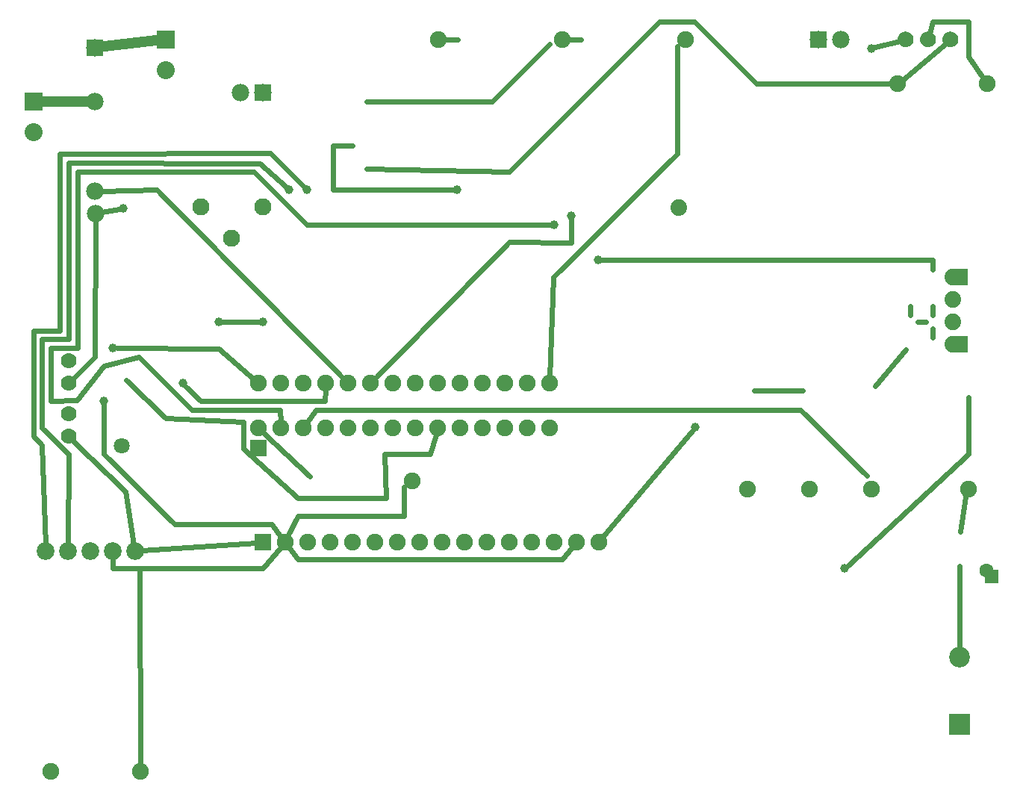
<source format=gbl>
G04 MADE WITH FRITZING*
G04 WWW.FRITZING.ORG*
G04 DOUBLE SIDED*
G04 HOLES PLATED*
G04 CONTOUR ON CENTER OF CONTOUR VECTOR*
%ASAXBY*%
%FSLAX23Y23*%
%MOIN*%
%OFA0B0*%
%SFA1.0B1.0*%
%ADD10C,0.039370*%
%ADD11C,0.080000*%
%ADD12C,0.078000*%
%ADD13C,0.062992*%
%ADD14C,0.075000*%
%ADD15C,0.092000*%
%ADD16C,0.076772*%
%ADD17C,0.070000*%
%ADD18C,0.070925*%
%ADD19C,0.070866*%
%ADD20C,0.079370*%
%ADD21C,0.074472*%
%ADD22C,0.074000*%
%ADD23R,0.080000X0.080000*%
%ADD24R,0.078000X0.078000*%
%ADD25R,0.062992X0.062992*%
%ADD26R,0.092000X0.092000*%
%ADD27R,0.075000X0.075000*%
%ADD28R,0.074108X0.074472*%
%ADD29C,0.048000*%
%ADD30C,0.024000*%
%ADD31R,0.001000X0.001000*%
%LNCOPPER0*%
G90*
G70*
G54D10*
X493Y2097D03*
X579Y2956D03*
X2068Y3042D03*
X3131Y1979D03*
X3918Y3672D03*
X3800Y1349D03*
X532Y2333D03*
X2580Y2924D03*
X847Y2176D03*
X2501Y2884D03*
X2698Y2727D03*
X1202Y2451D03*
X1005Y2451D03*
X1320Y3042D03*
X1398Y3042D03*
G54D11*
X178Y3435D03*
X178Y3298D03*
X768Y3711D03*
X768Y3573D03*
G54D12*
X454Y3675D03*
X455Y2935D03*
X454Y3034D03*
X454Y3435D03*
X1202Y3475D03*
X1102Y3475D03*
G54D13*
X4434Y1339D03*
X4434Y1339D03*
G54D14*
X4351Y1705D03*
X4351Y1705D03*
G54D15*
X4312Y655D03*
X4312Y955D03*
G54D16*
X1202Y2963D03*
X926Y2963D03*
X1064Y2825D03*
G54D14*
X1869Y1742D03*
X1869Y1742D03*
G54D17*
X335Y1939D03*
X335Y2039D03*
G54D14*
X257Y443D03*
X657Y443D03*
G54D17*
X335Y2176D03*
X335Y2276D03*
G54D14*
X1183Y1976D03*
X1183Y2176D03*
X1283Y1976D03*
X1283Y2176D03*
X1383Y1976D03*
X1383Y2176D03*
X1483Y1976D03*
X1483Y2176D03*
X1583Y1976D03*
X1583Y2176D03*
X1683Y1976D03*
X1683Y2176D03*
X1783Y1976D03*
X1783Y2176D03*
X1883Y1976D03*
X1883Y2176D03*
X1983Y1976D03*
X1983Y2176D03*
X2083Y1976D03*
X2083Y2176D03*
X2183Y1976D03*
X2183Y2176D03*
X2283Y1976D03*
X2283Y2176D03*
X2383Y1976D03*
X2383Y2176D03*
X2483Y1976D03*
X2483Y2176D03*
G54D18*
X572Y1898D03*
G54D19*
X572Y1898D03*
G54D20*
X232Y1428D03*
X332Y1428D03*
X432Y1428D03*
X532Y1428D03*
X632Y1428D03*
G54D14*
X4036Y3514D03*
X4436Y3514D03*
G54D12*
X3682Y3711D03*
X3782Y3711D03*
G54D21*
X4284Y2652D03*
X4284Y2652D03*
X4284Y2552D03*
X4284Y2552D03*
X4284Y2451D03*
X4284Y2451D03*
X4284Y2351D03*
X4284Y2351D03*
G54D22*
X3059Y2960D03*
X3059Y2960D03*
X3059Y2960D03*
X3059Y2960D03*
G54D14*
X2538Y3711D03*
X2538Y3711D03*
X1987Y3711D03*
X1987Y3711D03*
X3089Y3711D03*
X3089Y3711D03*
X3918Y1705D03*
X3918Y1705D03*
X3643Y1705D03*
X3643Y1705D03*
X3367Y1705D03*
X3367Y1705D03*
X1202Y1467D03*
X1302Y1467D03*
X1402Y1467D03*
X1502Y1467D03*
X1602Y1467D03*
X1702Y1467D03*
X1802Y1467D03*
X1902Y1467D03*
X2002Y1467D03*
X2102Y1467D03*
X2202Y1467D03*
X2302Y1467D03*
X2402Y1467D03*
X2502Y1467D03*
X2602Y1467D03*
X2702Y1467D03*
G54D17*
X4072Y3711D03*
X4172Y3711D03*
X4272Y3711D03*
G54D23*
X178Y3435D03*
X768Y3711D03*
G54D24*
X454Y3675D03*
X1202Y3475D03*
G54D25*
X4457Y1315D03*
G54D26*
X4312Y655D03*
G54D27*
X1183Y1888D03*
G54D24*
X3682Y3711D03*
G54D28*
X4312Y2652D03*
X4312Y2351D03*
G54D27*
X1201Y1467D03*
G54D29*
X495Y3680D02*
X727Y3706D01*
G54D30*
D02*
X4316Y1513D02*
X4347Y1714D01*
D02*
X3614Y2143D02*
X3396Y2143D01*
D02*
X2072Y3711D02*
X1978Y3711D01*
G54D29*
D02*
X412Y3435D02*
X220Y3435D01*
G54D30*
D02*
X4074Y2327D02*
X3937Y2164D01*
D02*
X2484Y2204D02*
X2500Y2649D01*
D02*
X3052Y3199D02*
X3052Y3682D01*
D02*
X2500Y2649D02*
X3052Y3199D01*
D02*
X2529Y3711D02*
X2623Y3711D01*
D02*
X2225Y3435D02*
X2481Y3691D01*
D02*
X1666Y3435D02*
X2225Y3435D01*
D02*
X1411Y1762D02*
X1204Y1956D01*
D02*
X4162Y2451D02*
X4125Y2451D01*
D02*
X4194Y2382D02*
X4194Y2420D01*
D02*
X4194Y2521D02*
X4194Y2482D01*
D02*
X4094Y2521D02*
X4094Y2482D01*
D02*
X484Y3035D02*
X730Y3042D01*
D02*
X730Y3042D02*
X1563Y2196D01*
D02*
X1399Y1999D02*
X1438Y2058D01*
D02*
X1438Y2058D02*
X3603Y2057D01*
D02*
X3603Y2057D02*
X3898Y1763D01*
D02*
X1746Y1862D02*
X1753Y1664D01*
D02*
X1950Y1861D02*
X1746Y1862D01*
D02*
X1975Y1948D02*
X1950Y1861D01*
D02*
X1753Y1664D02*
X1359Y1664D01*
D02*
X1359Y1664D02*
X1116Y1885D01*
X1116Y1885D02*
X1116Y2005D01*
X1116Y2005D02*
X768Y2019D01*
D02*
X768Y2019D02*
X591Y2192D01*
D02*
X1314Y1493D02*
X1359Y1585D01*
D02*
X1359Y1585D02*
X1832Y1585D01*
D02*
X1832Y1585D02*
X1832Y1714D01*
D02*
X532Y1349D02*
X651Y1349D01*
D02*
X532Y1397D02*
X532Y1349D01*
D02*
X651Y1349D02*
X1202Y1349D01*
D02*
X1202Y1349D02*
X1283Y1445D01*
D02*
X2584Y1444D02*
X2540Y1389D01*
D02*
X2540Y1389D02*
X1360Y1389D01*
D02*
X1360Y1389D02*
X1319Y1444D01*
D02*
X656Y472D02*
X651Y1349D01*
D02*
X493Y2078D02*
X493Y1860D01*
D02*
X493Y1860D02*
X808Y1546D01*
D02*
X1241Y1546D02*
X1284Y1490D01*
D02*
X808Y1546D02*
X1241Y1546D01*
D02*
X3406Y3514D02*
X3130Y3790D01*
D02*
X4008Y3514D02*
X3406Y3514D01*
D02*
X3130Y3790D02*
X2974Y3790D01*
D02*
X2974Y3790D02*
X2304Y3120D01*
D02*
X2304Y3120D02*
X1666Y3135D01*
D02*
X4252Y3694D02*
X4058Y3532D01*
D02*
X627Y1458D02*
X588Y1693D01*
X588Y1693D02*
X354Y1921D01*
D02*
X1173Y1465D02*
X663Y1430D01*
D02*
X455Y2905D02*
X454Y2294D01*
D02*
X454Y2294D02*
X354Y2194D01*
D02*
X561Y2953D02*
X484Y2940D01*
D02*
X2049Y3042D02*
X1674Y3041D01*
D02*
X1674Y3041D02*
X1517Y3041D01*
D02*
X1517Y3041D02*
X1517Y3238D01*
D02*
X1517Y3238D02*
X1604Y3236D01*
D02*
X2720Y1489D02*
X3118Y1964D01*
D02*
X4312Y992D02*
X4312Y1361D01*
D02*
X4047Y3705D02*
X3936Y3676D01*
D02*
X4351Y1860D02*
X3814Y1362D01*
D02*
X4351Y2114D02*
X4351Y1860D01*
D02*
X551Y2333D02*
X1005Y2332D01*
D02*
X1005Y2332D02*
X1161Y2195D01*
D02*
X4420Y3537D02*
X4351Y3633D01*
D02*
X4351Y3789D02*
X4194Y3789D01*
D02*
X4351Y3633D02*
X4351Y3789D01*
D02*
X4194Y3789D02*
X4179Y3736D01*
D02*
X1703Y2196D02*
X2304Y2806D01*
D02*
X2580Y2805D02*
X2580Y2905D01*
D02*
X2304Y2806D02*
X2580Y2805D01*
D02*
X860Y2162D02*
X926Y2097D01*
D02*
X926Y2097D02*
X1478Y2098D01*
D02*
X1478Y2098D02*
X1481Y2147D01*
D02*
X1282Y2004D02*
X1280Y2058D01*
D02*
X1280Y2058D02*
X887Y2057D01*
D02*
X887Y2057D02*
X650Y2294D01*
D02*
X650Y2294D02*
X493Y2255D01*
D02*
X493Y2255D02*
X372Y2101D01*
D02*
X372Y2101D02*
X257Y2097D01*
D02*
X257Y2097D02*
X257Y2333D01*
D02*
X257Y2333D02*
X375Y2334D01*
D02*
X375Y2334D02*
X375Y3120D01*
D02*
X375Y3120D02*
X1162Y3121D01*
D02*
X1162Y3121D02*
X1399Y2885D01*
D02*
X1399Y2885D02*
X2482Y2884D01*
D02*
X2717Y2727D02*
X4194Y2726D01*
D02*
X4194Y2726D02*
X4194Y2684D01*
D02*
X1183Y2451D02*
X1024Y2451D01*
D02*
X1305Y3054D02*
X1188Y3157D01*
X1188Y3157D02*
X335Y3160D01*
D02*
X335Y3160D02*
X336Y2373D01*
D02*
X336Y2373D02*
X217Y2373D01*
D02*
X217Y1978D02*
X335Y1861D01*
D02*
X217Y2373D02*
X217Y1978D01*
D02*
X335Y1861D02*
X332Y1458D01*
D02*
X1385Y3055D02*
X1236Y3205D01*
X1236Y3205D02*
X296Y3199D01*
D02*
X296Y3199D02*
X296Y2412D01*
D02*
X178Y1940D02*
X217Y1900D01*
D02*
X178Y2412D02*
X178Y1940D01*
D02*
X296Y2412D02*
X178Y2412D01*
D02*
X217Y1900D02*
X231Y1458D01*
G54D31*
X4066Y3746D02*
X4076Y3746D01*
X4166Y3746D02*
X4176Y3746D01*
X4266Y3746D02*
X4276Y3746D01*
X4062Y3745D02*
X4080Y3745D01*
X4162Y3745D02*
X4180Y3745D01*
X4262Y3745D02*
X4280Y3745D01*
X4060Y3744D02*
X4083Y3744D01*
X4160Y3744D02*
X4183Y3744D01*
X4260Y3744D02*
X4283Y3744D01*
X4058Y3743D02*
X4085Y3743D01*
X4158Y3743D02*
X4185Y3743D01*
X4258Y3743D02*
X4285Y3743D01*
X4056Y3742D02*
X4087Y3742D01*
X4156Y3742D02*
X4187Y3742D01*
X4256Y3742D02*
X4287Y3742D01*
X4054Y3741D02*
X4089Y3741D01*
X4154Y3741D02*
X4189Y3741D01*
X4254Y3741D02*
X4289Y3741D01*
X4053Y3740D02*
X4090Y3740D01*
X4153Y3740D02*
X4190Y3740D01*
X4253Y3740D02*
X4290Y3740D01*
X4051Y3739D02*
X4091Y3739D01*
X4151Y3739D02*
X4191Y3739D01*
X4251Y3739D02*
X4291Y3739D01*
X4050Y3738D02*
X4093Y3738D01*
X4150Y3738D02*
X4193Y3738D01*
X4250Y3738D02*
X4293Y3738D01*
X4049Y3737D02*
X4094Y3737D01*
X4149Y3737D02*
X4194Y3737D01*
X4249Y3737D02*
X4294Y3737D01*
X4048Y3736D02*
X4095Y3736D01*
X4148Y3736D02*
X4195Y3736D01*
X4248Y3736D02*
X4295Y3736D01*
X4047Y3735D02*
X4096Y3735D01*
X4147Y3735D02*
X4196Y3735D01*
X4247Y3735D02*
X4296Y3735D01*
X4046Y3734D02*
X4097Y3734D01*
X4146Y3734D02*
X4197Y3734D01*
X4246Y3734D02*
X4297Y3734D01*
X4045Y3733D02*
X4098Y3733D01*
X4145Y3733D02*
X4198Y3733D01*
X4245Y3733D02*
X4298Y3733D01*
X4044Y3732D02*
X4098Y3732D01*
X4144Y3732D02*
X4198Y3732D01*
X4244Y3732D02*
X4298Y3732D01*
X4044Y3731D02*
X4099Y3731D01*
X4144Y3731D02*
X4199Y3731D01*
X4244Y3731D02*
X4299Y3731D01*
X4043Y3730D02*
X4100Y3730D01*
X4143Y3730D02*
X4200Y3730D01*
X4243Y3730D02*
X4300Y3730D01*
X4042Y3729D02*
X4100Y3729D01*
X4142Y3729D02*
X4200Y3729D01*
X4242Y3729D02*
X4300Y3729D01*
X4042Y3728D02*
X4101Y3728D01*
X4142Y3728D02*
X4201Y3728D01*
X4242Y3728D02*
X4301Y3728D01*
X4041Y3727D02*
X4102Y3727D01*
X4141Y3727D02*
X4202Y3727D01*
X4241Y3727D02*
X4302Y3727D01*
X4040Y3726D02*
X4066Y3726D01*
X4077Y3726D02*
X4102Y3726D01*
X4140Y3726D02*
X4166Y3726D01*
X4177Y3726D02*
X4202Y3726D01*
X4240Y3726D02*
X4266Y3726D01*
X4277Y3726D02*
X4302Y3726D01*
X4040Y3725D02*
X4063Y3725D01*
X4080Y3725D02*
X4103Y3725D01*
X4140Y3725D02*
X4163Y3725D01*
X4179Y3725D02*
X4203Y3725D01*
X4240Y3725D02*
X4263Y3725D01*
X4279Y3725D02*
X4303Y3725D01*
X4040Y3724D02*
X4061Y3724D01*
X4081Y3724D02*
X4103Y3724D01*
X4140Y3724D02*
X4161Y3724D01*
X4181Y3724D02*
X4203Y3724D01*
X4239Y3724D02*
X4261Y3724D01*
X4281Y3724D02*
X4303Y3724D01*
X4039Y3723D02*
X4060Y3723D01*
X4083Y3723D02*
X4104Y3723D01*
X4139Y3723D02*
X4160Y3723D01*
X4183Y3723D02*
X4204Y3723D01*
X4239Y3723D02*
X4260Y3723D01*
X4283Y3723D02*
X4304Y3723D01*
X4039Y3722D02*
X4059Y3722D01*
X4084Y3722D02*
X4104Y3722D01*
X4139Y3722D02*
X4159Y3722D01*
X4183Y3722D02*
X4204Y3722D01*
X4239Y3722D02*
X4259Y3722D01*
X4283Y3722D02*
X4304Y3722D01*
X4038Y3721D02*
X4058Y3721D01*
X4084Y3721D02*
X4104Y3721D01*
X4138Y3721D02*
X4158Y3721D01*
X4184Y3721D02*
X4204Y3721D01*
X4238Y3721D02*
X4258Y3721D01*
X4284Y3721D02*
X4304Y3721D01*
X4038Y3720D02*
X4058Y3720D01*
X4085Y3720D02*
X4105Y3720D01*
X4138Y3720D02*
X4158Y3720D01*
X4185Y3720D02*
X4205Y3720D01*
X4238Y3720D02*
X4258Y3720D01*
X4285Y3720D02*
X4305Y3720D01*
X4038Y3719D02*
X4057Y3719D01*
X4085Y3719D02*
X4105Y3719D01*
X4138Y3719D02*
X4157Y3719D01*
X4185Y3719D02*
X4205Y3719D01*
X4238Y3719D02*
X4257Y3719D01*
X4285Y3719D02*
X4305Y3719D01*
X4038Y3718D02*
X4057Y3718D01*
X4086Y3718D02*
X4105Y3718D01*
X4138Y3718D02*
X4157Y3718D01*
X4186Y3718D02*
X4205Y3718D01*
X4238Y3718D02*
X4257Y3718D01*
X4286Y3718D02*
X4305Y3718D01*
X4037Y3717D02*
X4057Y3717D01*
X4086Y3717D02*
X4105Y3717D01*
X4137Y3717D02*
X4157Y3717D01*
X4186Y3717D02*
X4205Y3717D01*
X4237Y3717D02*
X4256Y3717D01*
X4286Y3717D02*
X4305Y3717D01*
X4037Y3716D02*
X4056Y3716D01*
X4086Y3716D02*
X4105Y3716D01*
X4137Y3716D02*
X4156Y3716D01*
X4186Y3716D02*
X4205Y3716D01*
X4237Y3716D02*
X4256Y3716D01*
X4286Y3716D02*
X4305Y3716D01*
X4037Y3715D02*
X4056Y3715D01*
X4087Y3715D02*
X4106Y3715D01*
X4137Y3715D02*
X4156Y3715D01*
X4187Y3715D02*
X4206Y3715D01*
X4237Y3715D02*
X4256Y3715D01*
X4287Y3715D02*
X4306Y3715D01*
X4037Y3714D02*
X4056Y3714D01*
X4087Y3714D02*
X4106Y3714D01*
X4137Y3714D02*
X4156Y3714D01*
X4187Y3714D02*
X4206Y3714D01*
X4237Y3714D02*
X4256Y3714D01*
X4287Y3714D02*
X4306Y3714D01*
X4037Y3713D02*
X4056Y3713D01*
X4087Y3713D02*
X4106Y3713D01*
X4137Y3713D02*
X4156Y3713D01*
X4187Y3713D02*
X4206Y3713D01*
X4237Y3713D02*
X4256Y3713D01*
X4287Y3713D02*
X4306Y3713D01*
X4037Y3712D02*
X4056Y3712D01*
X4087Y3712D02*
X4106Y3712D01*
X4137Y3712D02*
X4156Y3712D01*
X4187Y3712D02*
X4206Y3712D01*
X4237Y3712D02*
X4256Y3712D01*
X4287Y3712D02*
X4306Y3712D01*
X4037Y3711D02*
X4056Y3711D01*
X4087Y3711D02*
X4106Y3711D01*
X4137Y3711D02*
X4156Y3711D01*
X4187Y3711D02*
X4206Y3711D01*
X4237Y3711D02*
X4256Y3711D01*
X4287Y3711D02*
X4306Y3711D01*
X4037Y3710D02*
X4056Y3710D01*
X4087Y3710D02*
X4106Y3710D01*
X4137Y3710D02*
X4156Y3710D01*
X4187Y3710D02*
X4206Y3710D01*
X4237Y3710D02*
X4256Y3710D01*
X4287Y3710D02*
X4306Y3710D01*
X4037Y3709D02*
X4056Y3709D01*
X4087Y3709D02*
X4106Y3709D01*
X4137Y3709D02*
X4156Y3709D01*
X4187Y3709D02*
X4206Y3709D01*
X4237Y3709D02*
X4256Y3709D01*
X4287Y3709D02*
X4306Y3709D01*
X4037Y3708D02*
X4056Y3708D01*
X4087Y3708D02*
X4106Y3708D01*
X4137Y3708D02*
X4156Y3708D01*
X4187Y3708D02*
X4206Y3708D01*
X4237Y3708D02*
X4256Y3708D01*
X4287Y3708D02*
X4306Y3708D01*
X4037Y3707D02*
X4056Y3707D01*
X4086Y3707D02*
X4105Y3707D01*
X4137Y3707D02*
X4156Y3707D01*
X4186Y3707D02*
X4205Y3707D01*
X4237Y3707D02*
X4256Y3707D01*
X4286Y3707D02*
X4305Y3707D01*
X4037Y3706D02*
X4057Y3706D01*
X4086Y3706D02*
X4105Y3706D01*
X4137Y3706D02*
X4157Y3706D01*
X4186Y3706D02*
X4205Y3706D01*
X4237Y3706D02*
X4256Y3706D01*
X4286Y3706D02*
X4305Y3706D01*
X4038Y3705D02*
X4057Y3705D01*
X4086Y3705D02*
X4105Y3705D01*
X4138Y3705D02*
X4157Y3705D01*
X4186Y3705D02*
X4205Y3705D01*
X4238Y3705D02*
X4257Y3705D01*
X4286Y3705D02*
X4305Y3705D01*
X4038Y3704D02*
X4057Y3704D01*
X4085Y3704D02*
X4105Y3704D01*
X4138Y3704D02*
X4157Y3704D01*
X4185Y3704D02*
X4205Y3704D01*
X4238Y3704D02*
X4257Y3704D01*
X4285Y3704D02*
X4305Y3704D01*
X4038Y3703D02*
X4058Y3703D01*
X4085Y3703D02*
X4105Y3703D01*
X4138Y3703D02*
X4158Y3703D01*
X4185Y3703D02*
X4205Y3703D01*
X4238Y3703D02*
X4258Y3703D01*
X4285Y3703D02*
X4305Y3703D01*
X4038Y3702D02*
X4058Y3702D01*
X4084Y3702D02*
X4104Y3702D01*
X4138Y3702D02*
X4158Y3702D01*
X4184Y3702D02*
X4204Y3702D01*
X4238Y3702D02*
X4258Y3702D01*
X4284Y3702D02*
X4304Y3702D01*
X4039Y3701D02*
X4059Y3701D01*
X4084Y3701D02*
X4104Y3701D01*
X4139Y3701D02*
X4159Y3701D01*
X4183Y3701D02*
X4204Y3701D01*
X4239Y3701D02*
X4259Y3701D01*
X4283Y3701D02*
X4304Y3701D01*
X4039Y3700D02*
X4060Y3700D01*
X4083Y3700D02*
X4104Y3700D01*
X4139Y3700D02*
X4160Y3700D01*
X4183Y3700D02*
X4204Y3700D01*
X4239Y3700D02*
X4260Y3700D01*
X4282Y3700D02*
X4304Y3700D01*
X4040Y3699D02*
X4061Y3699D01*
X4081Y3699D02*
X4103Y3699D01*
X4140Y3699D02*
X4161Y3699D01*
X4181Y3699D02*
X4203Y3699D01*
X4239Y3699D02*
X4261Y3699D01*
X4281Y3699D02*
X4303Y3699D01*
X4040Y3698D02*
X4063Y3698D01*
X4079Y3698D02*
X4103Y3698D01*
X4140Y3698D02*
X4163Y3698D01*
X4179Y3698D02*
X4203Y3698D01*
X4240Y3698D02*
X4263Y3698D01*
X4279Y3698D02*
X4303Y3698D01*
X4040Y3697D02*
X4066Y3697D01*
X4076Y3697D02*
X4102Y3697D01*
X4140Y3697D02*
X4166Y3697D01*
X4176Y3697D02*
X4202Y3697D01*
X4240Y3697D02*
X4266Y3697D01*
X4276Y3697D02*
X4302Y3697D01*
X4041Y3696D02*
X4102Y3696D01*
X4141Y3696D02*
X4202Y3696D01*
X4241Y3696D02*
X4302Y3696D01*
X4042Y3695D02*
X4101Y3695D01*
X4142Y3695D02*
X4201Y3695D01*
X4242Y3695D02*
X4301Y3695D01*
X4042Y3694D02*
X4100Y3694D01*
X4142Y3694D02*
X4200Y3694D01*
X4242Y3694D02*
X4300Y3694D01*
X4043Y3693D02*
X4100Y3693D01*
X4143Y3693D02*
X4200Y3693D01*
X4243Y3693D02*
X4300Y3693D01*
X4044Y3692D02*
X4099Y3692D01*
X4144Y3692D02*
X4199Y3692D01*
X4244Y3692D02*
X4299Y3692D01*
X4044Y3691D02*
X4098Y3691D01*
X4144Y3691D02*
X4198Y3691D01*
X4244Y3691D02*
X4298Y3691D01*
X4045Y3690D02*
X4098Y3690D01*
X4145Y3690D02*
X4198Y3690D01*
X4245Y3690D02*
X4298Y3690D01*
X4046Y3689D02*
X4097Y3689D01*
X4146Y3689D02*
X4197Y3689D01*
X4246Y3689D02*
X4297Y3689D01*
X4047Y3688D02*
X4096Y3688D01*
X4147Y3688D02*
X4196Y3688D01*
X4247Y3688D02*
X4296Y3688D01*
X4048Y3687D02*
X4095Y3687D01*
X4148Y3687D02*
X4195Y3687D01*
X4248Y3687D02*
X4295Y3687D01*
X4049Y3686D02*
X4094Y3686D01*
X4149Y3686D02*
X4194Y3686D01*
X4249Y3686D02*
X4294Y3686D01*
X4050Y3685D02*
X4093Y3685D01*
X4150Y3685D02*
X4193Y3685D01*
X4250Y3685D02*
X4293Y3685D01*
X4051Y3684D02*
X4091Y3684D01*
X4151Y3684D02*
X4191Y3684D01*
X4251Y3684D02*
X4291Y3684D01*
X4053Y3683D02*
X4090Y3683D01*
X4153Y3683D02*
X4190Y3683D01*
X4253Y3683D02*
X4290Y3683D01*
X4054Y3682D02*
X4089Y3682D01*
X4154Y3682D02*
X4188Y3682D01*
X4254Y3682D02*
X4288Y3682D01*
X4056Y3681D02*
X4087Y3681D01*
X4156Y3681D02*
X4187Y3681D01*
X4256Y3681D02*
X4287Y3681D01*
X4058Y3680D02*
X4085Y3680D01*
X4158Y3680D02*
X4185Y3680D01*
X4258Y3680D02*
X4285Y3680D01*
X4060Y3679D02*
X4083Y3679D01*
X4160Y3679D02*
X4183Y3679D01*
X4260Y3679D02*
X4283Y3679D01*
X4063Y3678D02*
X4080Y3678D01*
X4163Y3678D02*
X4180Y3678D01*
X4262Y3678D02*
X4280Y3678D01*
X4067Y3677D02*
X4076Y3677D01*
X4166Y3677D02*
X4176Y3677D01*
X4266Y3677D02*
X4276Y3677D01*
D02*
G04 End of Copper0*
M02*
</source>
